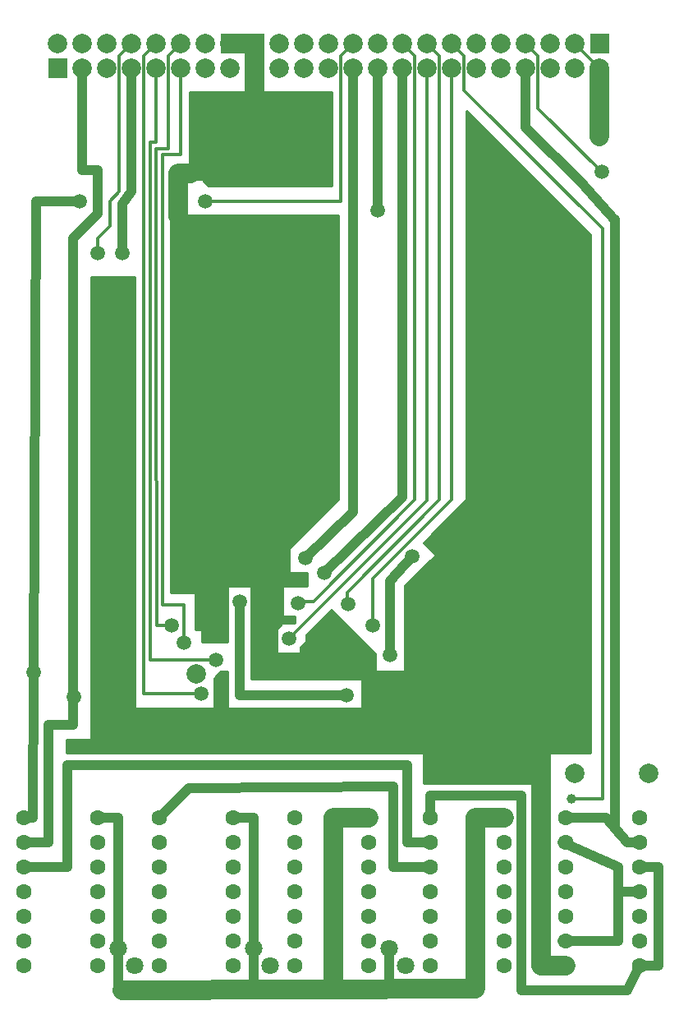
<source format=gbr>
%FSLAX34Y34*%
%MOMM*%
%LNCOPPER_BOTTOM*%
G71*
G01*
%ADD10C, 2.00*%
%ADD11C, 1.60*%
%ADD12C, 0.30*%
%ADD13C, 1.00*%
%ADD14C, 1.50*%
%ADD15C, 1.00*%
%ADD16C, 2.00*%
%ADD17C, 2.00*%
%ADD18C, 2.00*%
%ADD19C, 1.80*%
%LPD*%
X206375Y977900D02*
G54D10*
D03*
X206375Y952500D02*
G54D10*
D03*
X180975Y977900D02*
G54D10*
D03*
X180975Y952500D02*
G54D10*
D03*
X155575Y977900D02*
G54D10*
D03*
G36*
X165575Y962500D02*
X165575Y942500D01*
X145575Y942500D01*
X145575Y962500D01*
X165575Y962500D01*
G37*
G36*
X343375Y987900D02*
X343375Y967900D01*
X323375Y967900D01*
X323375Y987900D01*
X343375Y987900D01*
G37*
X333375Y952500D02*
G54D10*
D03*
X307975Y977900D02*
G54D10*
D03*
X307975Y952500D02*
G54D10*
D03*
X282575Y977900D02*
G54D10*
D03*
X282575Y952500D02*
G54D10*
D03*
X257175Y977900D02*
G54D10*
D03*
X257175Y952500D02*
G54D10*
D03*
X231775Y977900D02*
G54D10*
D03*
X231775Y952500D02*
G54D10*
D03*
X460375Y977900D02*
G54D10*
D03*
X460375Y952500D02*
G54D10*
D03*
X434975Y977900D02*
G54D10*
D03*
X434975Y952500D02*
G54D10*
D03*
X409575Y977900D02*
G54D10*
D03*
X409575Y952500D02*
G54D10*
D03*
X384175Y977900D02*
G54D10*
D03*
X384175Y952500D02*
G54D10*
D03*
G36*
X368775Y987900D02*
X368775Y967900D01*
X348775Y967900D01*
X348775Y987900D01*
X368775Y987900D01*
G37*
G36*
X368775Y962500D02*
X368775Y942500D01*
X348775Y942500D01*
X348775Y962500D01*
X368775Y962500D01*
G37*
X587375Y977900D02*
G54D10*
D03*
X587375Y952500D02*
G54D10*
D03*
X561975Y977900D02*
G54D10*
D03*
X561975Y952500D02*
G54D10*
D03*
X536575Y977900D02*
G54D10*
D03*
X536575Y952500D02*
G54D10*
D03*
X511175Y977900D02*
G54D10*
D03*
X511175Y952500D02*
G54D10*
D03*
X485775Y977900D02*
G54D10*
D03*
X485775Y952500D02*
G54D10*
D03*
G36*
X724375Y987900D02*
X724375Y967900D01*
X704375Y967900D01*
X704375Y987900D01*
X724375Y987900D01*
G37*
X714375Y952500D02*
G54D10*
D03*
X688975Y977900D02*
G54D10*
D03*
X688975Y952500D02*
G54D10*
D03*
X663575Y977900D02*
G54D10*
D03*
X663575Y952500D02*
G54D10*
D03*
X638175Y977900D02*
G54D10*
D03*
X638175Y952500D02*
G54D10*
D03*
X612775Y977900D02*
G54D10*
D03*
X612775Y952500D02*
G54D10*
D03*
X120650Y180975D02*
G54D11*
D03*
X120650Y155575D02*
G54D11*
D03*
X120650Y130175D02*
G54D11*
D03*
X120650Y104775D02*
G54D11*
D03*
X196850Y180975D02*
G54D11*
D03*
X196850Y155575D02*
G54D11*
D03*
X196850Y130175D02*
G54D11*
D03*
X196850Y104775D02*
G54D11*
D03*
X120650Y79375D02*
G54D11*
D03*
X196850Y79375D02*
G54D11*
D03*
X120650Y53975D02*
G54D11*
D03*
X120650Y28575D02*
G54D11*
D03*
X196850Y53975D02*
G54D11*
D03*
X196850Y28575D02*
G54D11*
D03*
X400050Y180975D02*
G54D11*
D03*
X400050Y155575D02*
G54D11*
D03*
X400050Y130175D02*
G54D11*
D03*
X400050Y104775D02*
G54D11*
D03*
X476250Y180975D02*
G54D11*
D03*
X476250Y155575D02*
G54D11*
D03*
X476250Y130175D02*
G54D11*
D03*
X476250Y104775D02*
G54D11*
D03*
X400050Y79375D02*
G54D11*
D03*
X476250Y79375D02*
G54D11*
D03*
X400050Y53975D02*
G54D11*
D03*
X400050Y28575D02*
G54D11*
D03*
X476250Y53975D02*
G54D11*
D03*
X476250Y28575D02*
G54D11*
D03*
X539750Y180975D02*
G54D11*
D03*
X539750Y155575D02*
G54D11*
D03*
X539750Y130175D02*
G54D11*
D03*
X539750Y104775D02*
G54D11*
D03*
X615950Y180975D02*
G54D11*
D03*
X615950Y155575D02*
G54D11*
D03*
X615950Y130175D02*
G54D11*
D03*
X615950Y104775D02*
G54D11*
D03*
X539750Y79375D02*
G54D11*
D03*
X615950Y79375D02*
G54D11*
D03*
X539750Y53975D02*
G54D11*
D03*
X539750Y28575D02*
G54D11*
D03*
X615950Y53975D02*
G54D11*
D03*
X615950Y28575D02*
G54D11*
D03*
X679450Y180975D02*
G54D11*
D03*
X679450Y155575D02*
G54D11*
D03*
X679450Y130175D02*
G54D11*
D03*
X679450Y104775D02*
G54D11*
D03*
X755650Y180975D02*
G54D11*
D03*
X755650Y155575D02*
G54D11*
D03*
X755650Y130175D02*
G54D11*
D03*
X755650Y104775D02*
G54D11*
D03*
X679450Y79375D02*
G54D11*
D03*
X755650Y79375D02*
G54D11*
D03*
X679450Y53975D02*
G54D11*
D03*
X679450Y28575D02*
G54D11*
D03*
X755650Y53975D02*
G54D11*
D03*
X755650Y28575D02*
G54D11*
D03*
G54D12*
X536575Y952500D02*
X536395Y507675D01*
X393700Y365125D01*
G54D12*
X536575Y977900D02*
X549275Y965200D01*
X549275Y508000D01*
X454025Y412750D01*
X455100Y400750D01*
G54D13*
X511175Y952500D02*
X511175Y511175D01*
X430150Y433075D01*
G54D12*
X511175Y977900D02*
X523875Y965200D01*
X523875Y508000D01*
X419100Y403225D01*
X406400Y403225D01*
G54D12*
X282575Y952500D02*
X282575Y863600D01*
X263525Y863600D01*
X263525Y400050D01*
X285750Y400050D01*
X285750Y360675D01*
G54D12*
X282575Y977900D02*
X269875Y965200D01*
X269875Y869950D01*
X257175Y869950D01*
X257175Y679450D01*
X257442Y378774D01*
X273050Y378775D01*
G54D13*
X460375Y952500D02*
X460375Y495300D01*
X410650Y448375D01*
G54D13*
X231775Y952500D02*
X231775Y825500D01*
X222250Y812800D01*
X222250Y762000D01*
X222250Y762000D02*
G54D14*
D03*
G54D12*
X231775Y977900D02*
X219075Y965200D01*
X219075Y825500D01*
X209550Y815975D01*
X209550Y790575D01*
X196850Y777875D01*
X196850Y762000D01*
X196850Y762000D02*
G54D14*
D03*
X285750Y360675D02*
G54D14*
D03*
X273050Y378775D02*
G54D14*
D03*
X393700Y365125D02*
G54D14*
D03*
X403350Y401475D02*
G54D14*
D03*
X410650Y448375D02*
G54D14*
D03*
X430150Y433075D02*
G54D14*
D03*
X455100Y400750D02*
G54D14*
D03*
X480500Y378525D02*
G54D14*
D03*
G54D12*
X257175Y977900D02*
X244475Y965200D01*
X244327Y308456D01*
X303350Y308375D01*
G54D12*
X257175Y952500D02*
X257175Y876300D01*
X250825Y876300D01*
X250825Y343375D01*
X323850Y343375D01*
X318350Y343375D02*
G54D14*
D03*
X303350Y308375D02*
G54D14*
D03*
X342900Y403225D02*
G54D14*
D03*
G54D13*
X342900Y403225D02*
X342939Y306564D01*
X453158Y306742D01*
X453350Y306550D01*
X453350Y306550D02*
G54D14*
D03*
G54D13*
X638175Y952500D02*
X638175Y892175D01*
X695325Y835025D01*
X730250Y796438D01*
X729885Y796524D01*
X730176Y796630D01*
X730250Y169862D01*
X742950Y155575D01*
X755650Y155575D01*
X498350Y347825D02*
G54D14*
D03*
G54D12*
X688975Y977900D02*
X714375Y952500D01*
G54D13*
X485775Y952500D02*
X485775Y806450D01*
X485775Y806450D02*
G54D14*
D03*
X520575Y449425D02*
G54D14*
D03*
G54D13*
X498350Y347825D02*
X498350Y424025D01*
X520575Y449425D01*
G54D12*
X638175Y977900D02*
X650875Y965200D01*
X650875Y911225D01*
X716661Y845665D01*
X716661Y845665D02*
G54D14*
D03*
G54D12*
X561975Y977900D02*
X574675Y965200D01*
X574675Y930275D01*
X717550Y787400D01*
X717550Y200025D01*
X685324Y199679D01*
X685320Y199680D02*
G54D15*
D03*
G54D16*
X714375Y952500D02*
X714375Y908050D01*
X713900Y882100D01*
X713900Y882100D02*
G54D14*
D03*
G54D13*
X180975Y952500D02*
X180975Y847725D01*
X196850Y847725D01*
X196850Y803275D01*
X171450Y777875D01*
X171450Y276225D01*
X146050Y276225D01*
X146050Y155575D01*
X120650Y155575D01*
G54D12*
X460375Y977900D02*
X447675Y965200D01*
X447675Y815975D01*
X307975Y815975D01*
X307975Y815975D02*
G54D14*
D03*
X177800Y815975D02*
G54D14*
D03*
G54D13*
X120650Y180975D02*
X130175Y180975D01*
X131025Y330675D01*
X133350Y815975D01*
X177800Y815975D01*
X666750Y314325D02*
G54D14*
D03*
G54D16*
X333375Y977900D02*
X358775Y977900D01*
X358775Y952500D01*
X358775Y908050D01*
X298350Y328375D02*
G54D17*
D03*
X558350Y328375D02*
G54D17*
D03*
X260350Y180975D02*
G54D11*
D03*
X260350Y155575D02*
G54D11*
D03*
X260350Y130175D02*
G54D11*
D03*
X260350Y104775D02*
G54D11*
D03*
X336550Y180975D02*
G54D11*
D03*
X336550Y155575D02*
G54D11*
D03*
X336550Y130175D02*
G54D11*
D03*
X336550Y104775D02*
G54D11*
D03*
X260350Y79375D02*
G54D11*
D03*
X336550Y79375D02*
G54D11*
D03*
X260350Y53975D02*
G54D11*
D03*
X260350Y28575D02*
G54D11*
D03*
X336550Y53975D02*
G54D11*
D03*
X336550Y28575D02*
G54D11*
D03*
X172300Y305275D02*
G54D14*
D03*
X131025Y330675D02*
G54D14*
D03*
G54D16*
X222250Y3175D02*
X585788Y4762D01*
X585788Y180975D01*
X615950Y180975D01*
G54D13*
X755650Y130175D02*
X774700Y130175D01*
X774700Y28575D01*
X755650Y28575D01*
G54D13*
X679450Y180975D02*
X720725Y180975D01*
X742950Y155575D01*
X755650Y155575D01*
G54D13*
X679450Y155575D02*
X676275Y155575D01*
X733425Y130175D01*
X733425Y53975D01*
X676275Y53975D01*
X679450Y53975D01*
G54D13*
X755650Y104775D02*
X733425Y104775D01*
X733425Y53975D01*
X679450Y53975D01*
G54D13*
X755650Y28575D02*
X742950Y3175D01*
X633412Y3175D01*
X633412Y203200D01*
X539750Y203200D01*
X539750Y180975D01*
X764752Y226318D02*
G54D18*
D03*
X688552Y226318D02*
G54D18*
D03*
G54D16*
X679450Y28575D02*
X654285Y28261D01*
X654050Y325438D01*
G54D16*
X476250Y180975D02*
X439738Y180975D01*
X439738Y6350D01*
G54D13*
X539750Y130175D02*
X501650Y130175D01*
X501650Y212725D01*
X290512Y211138D01*
X260350Y180975D01*
G54D13*
X539750Y155575D02*
X515938Y155575D01*
X515938Y234950D01*
X165100Y234950D01*
X165100Y130175D01*
X120650Y130175D01*
G54D13*
X336550Y180975D02*
X357188Y180975D01*
X357188Y4762D01*
G54D12*
X480500Y378525D02*
X480500Y426525D01*
X561975Y508000D01*
X561975Y952500D01*
X357208Y45939D02*
G54D19*
D03*
X374885Y28261D02*
G54D19*
D03*
X217508Y45939D02*
G54D19*
D03*
X235185Y28261D02*
G54D19*
D03*
X496908Y45939D02*
G54D19*
D03*
X514585Y28261D02*
G54D19*
D03*
G54D13*
X496908Y45939D02*
X496908Y7917D01*
X500062Y6350D01*
G54D13*
X196850Y180975D02*
X200025Y180975D01*
X217488Y180975D01*
X217488Y4762D01*
X222250Y3175D01*
G36*
X292100Y927100D02*
X438150Y927100D01*
X438150Y831850D01*
X311150Y831850D01*
X304800Y838200D01*
X285750Y838200D01*
X285750Y850900D01*
X292100Y850900D01*
X292100Y927100D01*
G37*
G54D12*
X292100Y927100D02*
X438150Y927100D01*
X438150Y831850D01*
X311150Y831850D01*
X304800Y838200D01*
X285750Y838200D01*
X285750Y850900D01*
X292100Y850900D01*
X292100Y927100D01*
G36*
X444500Y800100D02*
X444500Y508000D01*
X393700Y457200D01*
X393700Y431800D01*
X412750Y431800D01*
X412750Y419100D01*
X387350Y419100D01*
X387350Y387350D01*
X400050Y387350D01*
X400050Y381000D01*
X387350Y381000D01*
X381000Y374650D01*
X381000Y349250D01*
X406400Y349250D01*
X406400Y355600D01*
X412750Y361950D01*
X412750Y368300D01*
X438150Y393700D01*
X482600Y349250D01*
X482600Y330200D01*
X514350Y330200D01*
X514350Y419100D01*
X546100Y450850D01*
X533400Y463550D01*
X577850Y508000D01*
X577850Y908050D01*
X704850Y781050D01*
X704850Y247650D01*
X647700Y247650D01*
X647700Y215900D01*
X533400Y215900D01*
X533400Y247650D01*
X165100Y247650D01*
X165100Y260350D01*
X190500Y260350D01*
X190500Y736600D01*
X234950Y736600D01*
X234950Y292100D01*
X317500Y292100D01*
X317500Y323850D01*
X323850Y330200D01*
X330200Y330200D01*
X330200Y292100D01*
X469900Y292100D01*
X469900Y323850D01*
X355600Y323850D01*
X355600Y419100D01*
X330200Y419100D01*
X330200Y361950D01*
X304800Y361950D01*
X304800Y374650D01*
X298450Y374650D01*
X298450Y412750D01*
X273050Y412750D01*
X273050Y800100D01*
X444500Y800100D01*
G37*
G54D12*
X444500Y800100D02*
X444500Y508000D01*
X393700Y457200D01*
X393700Y431800D01*
X412750Y431800D01*
X412750Y419100D01*
X387350Y419100D01*
X387350Y387350D01*
X400050Y387350D01*
X400050Y381000D01*
X387350Y381000D01*
X381000Y374650D01*
X381000Y349250D01*
X406400Y349250D01*
X406400Y355600D01*
X412750Y361950D01*
X412750Y368300D01*
X438150Y393700D01*
X482600Y349250D01*
X482600Y330200D01*
X514350Y330200D01*
X514350Y419100D01*
X546100Y450850D01*
X533400Y463550D01*
X577850Y508000D01*
X577850Y908050D01*
X704850Y781050D01*
X704850Y247650D01*
X647700Y247650D01*
X647700Y215900D01*
X533400Y215900D01*
X533400Y247650D01*
X165100Y247650D01*
X165100Y260350D01*
X190500Y260350D01*
X190500Y736600D01*
X234950Y736600D01*
X234950Y292100D01*
X317500Y292100D01*
X317500Y323850D01*
X323850Y330200D01*
X330200Y330200D01*
X330200Y292100D01*
X469900Y292100D01*
X469900Y323850D01*
X355600Y323850D01*
X355600Y419100D01*
X330200Y419100D01*
X330200Y361950D01*
X304800Y361950D01*
X304800Y374650D01*
X298450Y374650D01*
X298450Y412750D01*
X273050Y412750D01*
X273050Y800100D01*
X444500Y800100D01*
G54D16*
X279400Y800100D02*
X279400Y844550D01*
X292100Y844550D01*
M02*

</source>
